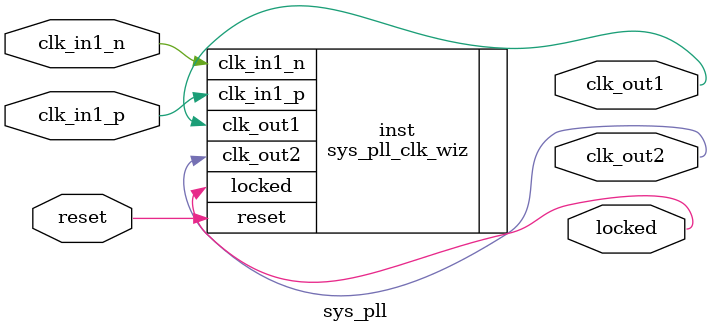
<source format=v>


`timescale 1ps/1ps

(* CORE_GENERATION_INFO = "sys_pll,clk_wiz_v6_0_5_0_0,{component_name=sys_pll,use_phase_alignment=false,use_min_o_jitter=false,use_max_i_jitter=false,use_dyn_phase_shift=false,use_inclk_switchover=false,use_dyn_reconfig=false,enable_axi=0,feedback_source=FDBK_AUTO,PRIMITIVE=MMCM,num_out_clk=2,clkin1_period=5.000,clkin2_period=10.0,use_power_down=false,use_reset=true,use_locked=true,use_inclk_stopped=false,feedback_type=SINGLE,CLOCK_MGR_TYPE=NA,manual_override=false}" *)

module sys_pll 
 (
  // Clock out ports
  output        clk_out1,
  output        clk_out2,
  // Status and control signals
  input         reset,
  output        locked,
 // Clock in ports
  input         clk_in1_p,
  input         clk_in1_n
 );

  sys_pll_clk_wiz inst
  (
  // Clock out ports  
  .clk_out1(clk_out1),
  .clk_out2(clk_out2),
  // Status and control signals               
  .reset(reset), 
  .locked(locked),
 // Clock in ports
  .clk_in1_p(clk_in1_p),
  .clk_in1_n(clk_in1_n)
  );

endmodule

</source>
